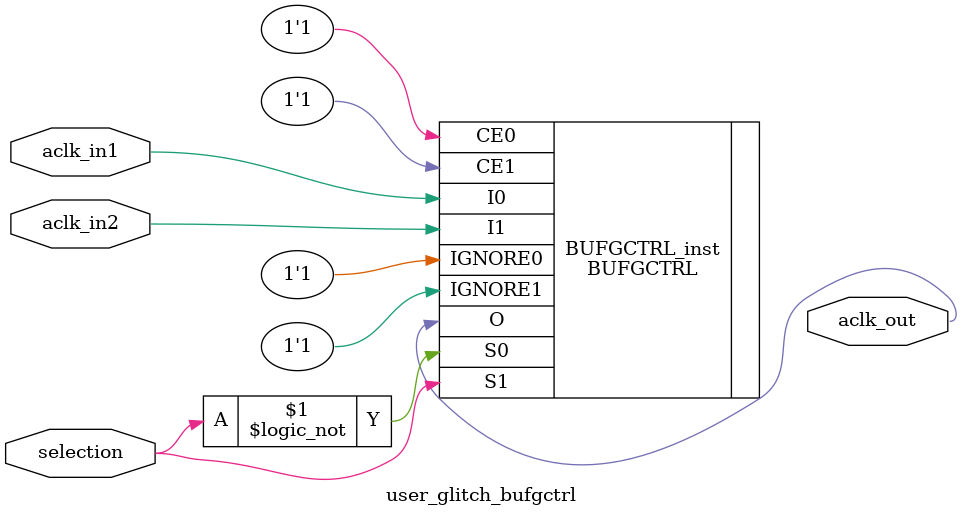
<source format=v>
`timescale 1ps / 1ps


module user_glitch_bufgctrl(
        input   aclk_in1,
        input   aclk_in2,
        output  aclk_out,
        input   selection
    );


   // BUFGCTRL: Global Clock Control Buffer
   //           Artix-7
   // Xilinx HDL Language Template, version 2024.1

   BUFGCTRL #(
      .INIT_OUT     ( 0         ),  // Initial value of BUFGCTRL output ($VALUES;)
      .PRESELECT_I0 ( "FALSE"   ),  // BUFGCTRL output uses I0 input ($VALUES;)
      .PRESELECT_I1 ( "FALSE"   )   // BUFGCTRL output uses I1 input ($VALUES;)
   )
   BUFGCTRL_inst (
      .O        ( aclk_out      ),  // 1-bit output: Clock output
      .CE0      ( 1'b1          ),  // 1-bit input: Clock enable input for I0
      .CE1      ( 1'b1          ),  // 1-bit input: Clock enable input for I1
      .I0       ( aclk_in1      ),  // 1-bit input: Primary clock
      .I1       ( aclk_in2      ),  // 1-bit input: Secondary clock
      .IGNORE0  ( 1'b1          ),  // 1-bit input: Clock ignore input for I0
      .IGNORE1  ( 1'b1          ),  // 1-bit input: Clock ignore input for I1
      .S0       ( !selection    ),  // 1-bit input: Clock select for I0
      .S1       ( selection     )   // 1-bit input: Clock select for I1
   );

   // End of BUFGCTRL_inst instantiation


endmodule

</source>
